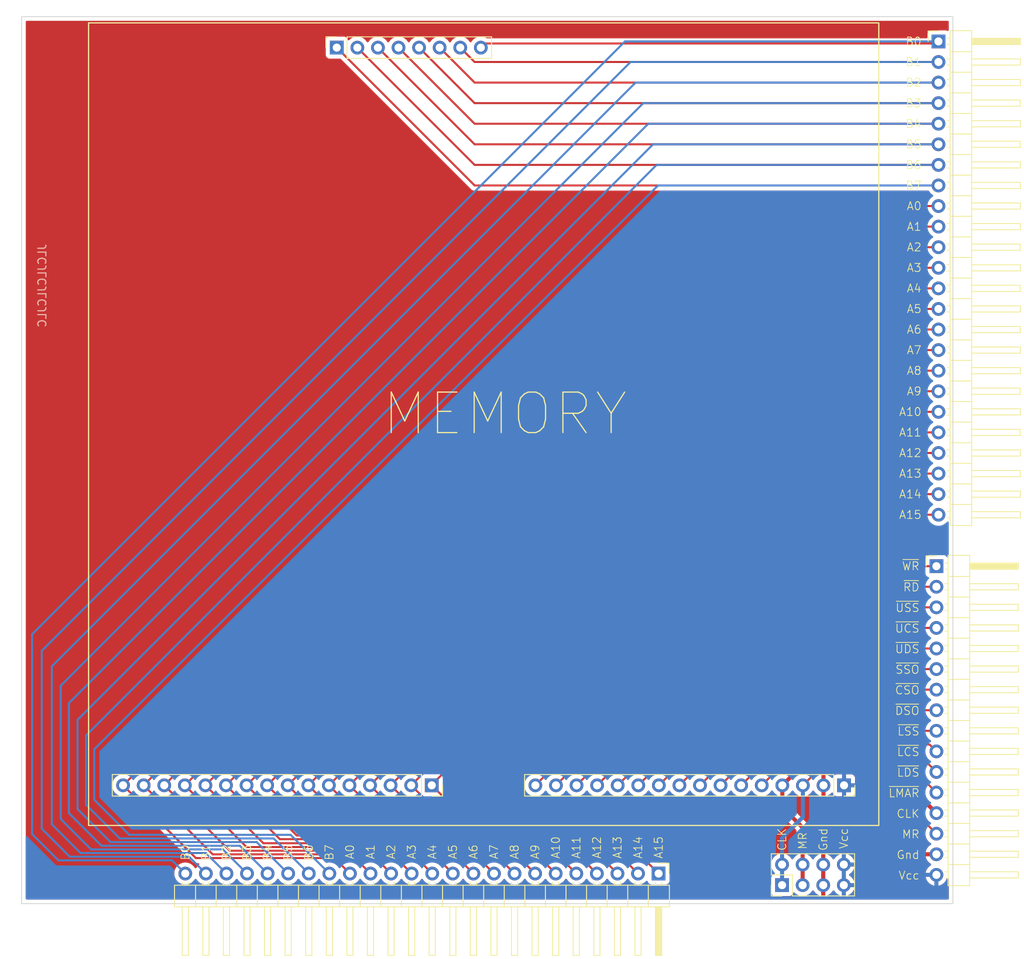
<source format=kicad_pcb>
(kicad_pcb (version 20211014) (generator pcbnew)
  (layers (0 "F.Cu" signal) (31 "B.Cu" signal) (34 "B.Paste" user) (35 "F.Paste" user) (36 "B.SilkS" user "B.Silkscreen") (37 "F.SilkS" user "F.Silkscreen") (38 "B.Mask" user) (39 "F.Mask" user) (44 "Edge.Cuts" user))
  (net 0 "")
  (net 1 "+5V")
  (net 2 "GND")
  (net 3 "RESET")
  (net 4 "CLOCK")
  (net 5 "~{LATCH_MAR}")
  (net 6 "~{LATCH_DATA_SEGMENT}")
  (net 7 "~{LATCH_CODE_SEGMENT}")
  (net 8 "~{LATCH_STACK_SEGMENT}")
  (net 9 "~{DATA_SEGMENT_OUT}")
  (net 10 "~{CODE_SEGMENT_OUT}")
  (net 11 "~{STACK_SEGMENT_OUT}")
  (net 12 "~{USE_DATA_SEGMENT}")
  (net 13 "~{USE_CODE_SEGMENT}")
  (net 14 "~{USE_STACK_SEGMENT}")
  (net 15 "~{READ}")
  (net 16 "~{WRITE}")
  (net 17 "BUS7")
  (net 18 "BUS6")
  (net 19 "BUS5")
  (net 20 "BUS4")
  (net 21 "BUS3")
  (net 22 "BUS2")
  (net 23 "BUS1")
  (net 24 "BUS0")
  (net 25 "ADDR_BUS15")
  (net 26 "ADDR_BUS14")
  (net 27 "ADDR_BUS13")
  (net 28 "ADDR_BUS12")
  (net 29 "ADDR_BUS11")
  (net 30 "ADDR_BUS10")
  (net 31 "ADDR_BUS9")
  (net 32 "ADDR_BUS8")
  (net 33 "ADDR_BUS7")
  (net 34 "ADDR_BUS6")
  (net 35 "ADDR_BUS5")
  (net 36 "ADDR_BUS4")
  (net 37 "ADDR_BUS3")
  (net 38 "ADDR_BUS2")
  (net 39 "ADDR_BUS1")
  (net 40 "ADDR_BUS0")
  (footprint "Connector_PinSocket_2.54mm:PinSocket_1x08_P2.54mm_Vertical" (layer "F.Cu") (at 113.427 44.048 90)
    (fp_text reference "J2" hide)
    (fp_text value "Conn_01x08" hide)
    (pad "1" thru_hole rect locked (at 0 0 90) (size 1.7 1.7) (drill 1) (layers *.Cu *.Mask) (net 17 "BUS7"))
    (pad "2" thru_hole oval locked (at 0 2.54 90) (size 1.7 1.7) (drill 1) (layers *.Cu *.Mask) (net 18 "BUS6"))
    (pad "3" thru_hole oval locked (at 0 5.08 90) (size 1.7 1.7) (drill 1) (layers *.Cu *.Mask) (net 19 "BUS5"))
    (pad "4" thru_hole oval locked (at 0 7.62 90) (size 1.7 1.7) (drill 1) (layers *.Cu *.Mask) (net 20 "BUS4"))
    (pad "5" thru_hole oval locked (at 0 10.16 90) (size 1.7 1.7) (drill 1) (layers *.Cu *.Mask) (net 21 "BUS3"))
    (pad "6" thru_hole oval locked (at 0 12.7 90) (size 1.7 1.7) (drill 1) (layers *.Cu *.Mask) (net 22 "BUS2"))
    (pad "7" thru_hole oval locked (at 0 15.24 90) (size 1.7 1.7) (drill 1) (layers *.Cu *.Mask) (net 23 "BUS1"))
    (pad "8" thru_hole oval locked (at 0 17.78 90) (size 1.7 1.7) (drill 1) (layers *.Cu *.Mask) (net 24 "BUS0"))
  )
  (footprint "Connector_PinSocket_2.54mm:PinSocket_1x16_P2.54mm_Vertical" (layer "F.Cu") (at 176.04 135.1 -90)
    (fp_text reference "J5" hide)
    (fp_text value "Conn_01x16" hide)
    (pad "1" thru_hole rect locked (at 0 0 270) (size 1.7 1.7) (drill 1) (layers *.Cu *.Mask) (net 1 "+5V"))
    (pad "2" thru_hole oval locked (at 0 2.54 270) (size 1.7 1.7) (drill 1) (layers *.Cu *.Mask) (net 2 "GND"))
    (pad "3" thru_hole oval locked (at 0 5.08 270) (size 1.7 1.7) (drill 1) (layers *.Cu *.Mask) (net 3 "RESET"))
    (pad "4" thru_hole oval locked (at 0 7.62 270) (size 1.7 1.7) (drill 1) (layers *.Cu *.Mask) (net 4 "CLOCK"))
    (pad "5" thru_hole oval locked (at 0 10.16 270) (size 1.7 1.7) (drill 1) (layers *.Cu *.Mask) (net 5 "~{LATCH_MAR}"))
    (pad "6" thru_hole oval locked (at 0 12.7 270) (size 1.7 1.7) (drill 1) (layers *.Cu *.Mask) (net 6 "~{LATCH_DATA_SEGMENT}"))
    (pad "7" thru_hole oval locked (at 0 15.24 270) (size 1.7 1.7) (drill 1) (layers *.Cu *.Mask) (net 7 "~{LATCH_CODE_SEGMENT}"))
    (pad "8" thru_hole oval locked (at 0 17.78 270) (size 1.7 1.7) (drill 1) (layers *.Cu *.Mask) (net 8 "~{LATCH_STACK_SEGMENT}"))
    (pad "9" thru_hole oval locked (at 0 20.32 270) (size 1.7 1.7) (drill 1) (layers *.Cu *.Mask) (net 9 "~{DATA_SEGMENT_OUT}"))
    (pad "10" thru_hole oval locked (at 0 22.86 270) (size 1.7 1.7) (drill 1) (layers *.Cu *.Mask) (net 10 "~{CODE_SEGMENT_OUT}"))
    (pad "11" thru_hole oval locked (at 0 25.4 270) (size 1.7 1.7) (drill 1) (layers *.Cu *.Mask) (net 11 "~{STACK_SEGMENT_OUT}"))
    (pad "12" thru_hole oval locked (at 0 27.94 270) (size 1.7 1.7) (drill 1) (layers *.Cu *.Mask) (net 12 "~{USE_DATA_SEGMENT}"))
    (pad "13" thru_hole oval locked (at 0 30.48 270) (size 1.7 1.7) (drill 1) (layers *.Cu *.Mask) (net 13 "~{USE_CODE_SEGMENT}"))
    (pad "14" thru_hole oval locked (at 0 33.02 270) (size 1.7 1.7) (drill 1) (layers *.Cu *.Mask) (net 14 "~{USE_STACK_SEGMENT}"))
    (pad "15" thru_hole oval locked (at 0 35.56 270) (size 1.7 1.7) (drill 1) (layers *.Cu *.Mask) (net 15 "~{READ}"))
    (pad "16" thru_hole oval locked (at 0 38.1 270) (size 1.7 1.7) (drill 1) (layers *.Cu *.Mask) (net 16 "~{WRITE}"))
  )
  (footprint "Connector_PinSocket_2.54mm:PinSocket_1x16_P2.54mm_Vertical" (layer "F.Cu") (at 125.152 135.098 -90)
    (fp_text reference "J4" hide)
    (fp_text value "Conn_01x16" hide)
    (pad "1" thru_hole rect locked (at 0 0 270) (size 1.7 1.7) (drill 1) (layers *.Cu *.Mask) (net 25 "ADDR_BUS15"))
    (pad "2" thru_hole oval locked (at 0 2.54 270) (size 1.7 1.7) (drill 1) (layers *.Cu *.Mask) (net 26 "ADDR_BUS14"))
    (pad "3" thru_hole oval locked (at 0 5.08 270) (size 1.7 1.7) (drill 1) (layers *.Cu *.Mask) (net 27 "ADDR_BUS13"))
    (pad "4" thru_hole oval locked (at 0 7.62 270) (size 1.7 1.7) (drill 1) (layers *.Cu *.Mask) (net 28 "ADDR_BUS12"))
    (pad "5" thru_hole oval locked (at 0 10.16 270) (size 1.7 1.7) (drill 1) (layers *.Cu *.Mask) (net 29 "ADDR_BUS11"))
    (pad "6" thru_hole oval locked (at 0 12.7 270) (size 1.7 1.7) (drill 1) (layers *.Cu *.Mask) (net 30 "ADDR_BUS10"))
    (pad "7" thru_hole oval locked (at 0 15.24 270) (size 1.7 1.7) (drill 1) (layers *.Cu *.Mask) (net 31 "ADDR_BUS9"))
    (pad "8" thru_hole oval locked (at 0 17.78 270) (size 1.7 1.7) (drill 1) (layers *.Cu *.Mask) (net 32 "ADDR_BUS8"))
    (pad "9" thru_hole oval locked (at 0 20.32 270) (size 1.7 1.7) (drill 1) (layers *.Cu *.Mask) (net 33 "ADDR_BUS7"))
    (pad "10" thru_hole oval locked (at 0 22.86 270) (size 1.7 1.7) (drill 1) (layers *.Cu *.Mask) (net 34 "ADDR_BUS6"))
    (pad "11" thru_hole oval locked (at 0 25.4 270) (size 1.7 1.7) (drill 1) (layers *.Cu *.Mask) (net 35 "ADDR_BUS5"))
    (pad "12" thru_hole oval locked (at 0 27.94 270) (size 1.7 1.7) (drill 1) (layers *.Cu *.Mask) (net 36 "ADDR_BUS4"))
    (pad "13" thru_hole oval locked (at 0 30.48 270) (size 1.7 1.7) (drill 1) (layers *.Cu *.Mask) (net 37 "ADDR_BUS3"))
    (pad "14" thru_hole oval locked (at 0 33.02 270) (size 1.7 1.7) (drill 1) (layers *.Cu *.Mask) (net 38 "ADDR_BUS2"))
    (pad "15" thru_hole oval locked (at 0 35.56 270) (size 1.7 1.7) (drill 1) (layers *.Cu *.Mask) (net 39 "ADDR_BUS1"))
    (pad "16" thru_hole oval locked (at 0 38.1 270) (size 1.7 1.7) (drill 1) (layers *.Cu *.Mask) (net 40 "ADDR_BUS0"))
  )
  (footprint "Connector_PinHeader_2.54mm:PinHeader_1x24_P2.54mm_Horizontal" (layer "F.Cu") (at 187.694 43.282)
    (fp_text reference "J6" hide)
    (fp_text value "Conn_01x24" hide)
    (pad "1" thru_hole rect locked (at 0 0) (size 1.7 1.7) (drill 1) (layers *.Cu *.Mask) (net 24 "BUS0"))
    (pad "2" thru_hole oval locked (at 0 2.54) (size 1.7 1.7) (drill 1) (layers *.Cu *.Mask) (net 23 "BUS1"))
    (pad "3" thru_hole oval locked (at 0 5.08) (size 1.7 1.7) (drill 1) (layers *.Cu *.Mask) (net 22 "BUS2"))
    (pad "4" thru_hole oval locked (at 0 7.62) (size 1.7 1.7) (drill 1) (layers *.Cu *.Mask) (net 21 "BUS3"))
    (pad "5" thru_hole oval locked (at 0 10.16) (size 1.7 1.7) (drill 1) (layers *.Cu *.Mask) (net 20 "BUS4"))
    (pad "6" thru_hole oval locked (at 0 12.7) (size 1.7 1.7) (drill 1) (layers *.Cu *.Mask) (net 19 "BUS5"))
    (pad "7" thru_hole oval locked (at 0 15.24) (size 1.7 1.7) (drill 1) (layers *.Cu *.Mask) (net 18 "BUS6"))
    (pad "8" thru_hole oval locked (at 0 17.78) (size 1.7 1.7) (drill 1) (layers *.Cu *.Mask) (net 17 "BUS7"))
    (pad "9" thru_hole oval locked (at 0 20.32) (size 1.7 1.7) (drill 1) (layers *.Cu *.Mask) (net 40 "ADDR_BUS0"))
    (pad "10" thru_hole oval locked (at 0 22.86) (size 1.7 1.7) (drill 1) (layers *.Cu *.Mask) (net 39 "ADDR_BUS1"))
    (pad "11" thru_hole oval locked (at 0 25.4) (size 1.7 1.7) (drill 1) (layers *.Cu *.Mask) (net 38 "ADDR_BUS2"))
    (pad "12" thru_hole oval locked (at 0 27.94) (size 1.7 1.7) (drill 1) (layers *.Cu *.Mask) (net 37 "ADDR_BUS3"))
    (pad "13" thru_hole oval locked (at 0 30.48) (size 1.7 1.7) (drill 1) (layers *.Cu *.Mask) (net 36 "ADDR_BUS4"))
    (pad "14" thru_hole oval locked (at 0 33.02) (size 1.7 1.7) (drill 1) (layers *.Cu *.Mask) (net 35 "ADDR_BUS5"))
    (pad "15" thru_hole oval locked (at 0 35.56) (size 1.7 1.7) (drill 1) (layers *.Cu *.Mask) (net 34 "ADDR_BUS6"))
    (pad "16" thru_hole oval locked (at 0 38.1) (size 1.7 1.7) (drill 1) (layers *.Cu *.Mask) (net 33 "ADDR_BUS7"))
    (pad "17" thru_hole oval locked (at 0 40.64) (size 1.7 1.7) (drill 1) (layers *.Cu *.Mask) (net 32 "ADDR_BUS8"))
    (pad "18" thru_hole oval locked (at 0 43.18) (size 1.7 1.7) (drill 1) (layers *.Cu *.Mask) (net 31 "ADDR_BUS9"))
    (pad "19" thru_hole oval locked (at 0 45.72) (size 1.7 1.7) (drill 1) (layers *.Cu *.Mask) (net 30 "ADDR_BUS10"))
    (pad "20" thru_hole oval locked (at 0 48.26) (size 1.7 1.7) (drill 1) (layers *.Cu *.Mask) (net 29 "ADDR_BUS11"))
    (pad "21" thru_hole oval locked (at 0 50.8) (size 1.7 1.7) (drill 1) (layers *.Cu *.Mask) (net 28 "ADDR_BUS12"))
    (pad "22" thru_hole oval locked (at 0 53.34) (size 1.7 1.7) (drill 1) (layers *.Cu *.Mask) (net 27 "ADDR_BUS13"))
    (pad "23" thru_hole oval locked (at 0 55.88) (size 1.7 1.7) (drill 1) (layers *.Cu *.Mask) (net 26 "ADDR_BUS14"))
    (pad "24" thru_hole oval locked (at 0 58.42) (size 1.7 1.7) (drill 1) (layers *.Cu *.Mask) (net 25 "ADDR_BUS15"))
  )
  (footprint "Connector_PinHeader_2.54mm:PinHeader_1x24_P2.54mm_Horizontal" (layer "F.Cu") (at 153.15 145.992 -90)
    (fp_text reference "J3" hide)
    (fp_text value "Conn_01x24" hide)
    (pad "1" thru_hole rect locked (at 0 0 270) (size 1.7 1.7) (drill 1) (layers *.Cu *.Mask) (net 25 "ADDR_BUS15"))
    (pad "2" thru_hole oval locked (at 0 2.54 270) (size 1.7 1.7) (drill 1) (layers *.Cu *.Mask) (net 26 "ADDR_BUS14"))
    (pad "3" thru_hole oval locked (at 0 5.08 270) (size 1.7 1.7) (drill 1) (layers *.Cu *.Mask) (net 27 "ADDR_BUS13"))
    (pad "4" thru_hole oval locked (at 0 7.62 270) (size 1.7 1.7) (drill 1) (layers *.Cu *.Mask) (net 28 "ADDR_BUS12"))
    (pad "5" thru_hole oval locked (at 0 10.16 270) (size 1.7 1.7) (drill 1) (layers *.Cu *.Mask) (net 29 "ADDR_BUS11"))
    (pad "6" thru_hole oval locked (at 0 12.7 270) (size 1.7 1.7) (drill 1) (layers *.Cu *.Mask) (net 30 "ADDR_BUS10"))
    (pad "7" thru_hole oval locked (at 0 15.24 270) (size 1.7 1.7) (drill 1) (layers *.Cu *.Mask) (net 31 "ADDR_BUS9"))
    (pad "8" thru_hole oval locked (at 0 17.78 270) (size 1.7 1.7) (drill 1) (layers *.Cu *.Mask) (net 32 "ADDR_BUS8"))
    (pad "9" thru_hole oval locked (at 0 20.32 270) (size 1.7 1.7) (drill 1) (layers *.Cu *.Mask) (net 33 "ADDR_BUS7"))
    (pad "10" thru_hole oval locked (at 0 22.86 270) (size 1.7 1.7) (drill 1) (layers *.Cu *.Mask) (net 34 "ADDR_BUS6"))
    (pad "11" thru_hole oval locked (at 0 25.4 270) (size 1.7 1.7) (drill 1) (layers *.Cu *.Mask) (net 35 "ADDR_BUS5"))
    (pad "12" thru_hole oval locked (at 0 27.94 270) (size 1.7 1.7) (drill 1) (layers *.Cu *.Mask) (net 36 "ADDR_BUS4"))
    (pad "13" thru_hole oval locked (at 0 30.48 270) (size 1.7 1.7) (drill 1) (layers *.Cu *.Mask) (net 37 "ADDR_BUS3"))
    (pad "14" thru_hole oval locked (at 0 33.02 270) (size 1.7 1.7) (drill 1) (layers *.Cu *.Mask) (net 38 "ADDR_BUS2"))
    (pad "15" thru_hole oval locked (at 0 35.56 270) (size 1.7 1.7) (drill 1) (layers *.Cu *.Mask) (net 39 "ADDR_BUS1"))
    (pad "16" thru_hole oval locked (at 0 38.1 270) (size 1.7 1.7) (drill 1) (layers *.Cu *.Mask) (net 40 "ADDR_BUS0"))
    (pad "17" thru_hole oval locked (at 0 40.64 270) (size 1.7 1.7) (drill 1) (layers *.Cu *.Mask) (net 17 "BUS7"))
    (pad "18" thru_hole oval locked (at 0 43.18 270) (size 1.7 1.7) (drill 1) (layers *.Cu *.Mask) (net 18 "BUS6"))
    (pad "19" thru_hole oval locked (at 0 45.72 270) (size 1.7 1.7) (drill 1) (layers *.Cu *.Mask) (net 19 "BUS5"))
    (pad "20" thru_hole oval locked (at 0 48.26 270) (size 1.7 1.7) (drill 1) (layers *.Cu *.Mask) (net 20 "BUS4"))
    (pad "21" thru_hole oval locked (at 0 50.8 270) (size 1.7 1.7) (drill 1) (layers *.Cu *.Mask) (net 21 "BUS3"))
    (pad "22" thru_hole oval locked (at 0 53.34 270) (size 1.7 1.7) (drill 1) (layers *.Cu *.Mask) (net 22 "BUS2"))
    (pad "23" thru_hole oval locked (at 0 55.88 270) (size 1.7 1.7) (drill 1) (layers *.Cu *.Mask) (net 23 "BUS1"))
    (pad "24" thru_hole oval locked (at 0 58.42 270) (size 1.7 1.7) (drill 1) (layers *.Cu *.Mask) (net 24 "BUS0"))
  )
  (footprint "Connector_PinHeader_2.54mm:PinHeader_2x04_P2.54mm_Vertical" (layer "F.Cu") (at 168.39 147.422 90)
    (fp_text reference "J7" hide)
    (fp_text value "Conn_01x04" hide)
    (pad "1" thru_hole rect locked (at 0 0 90) (size 1.7 1.7) (drill 1) (layers *.Cu *.Mask) (net 3 "RESET"))
    (pad "2" thru_hole oval locked (at 2.54 0 90) (size 1.7 1.7) (drill 1) (layers *.Cu *.Mask) (net 3 "RESET"))
    (pad "3" thru_hole oval locked (at 0 2.54 90) (size 1.7 1.7) (drill 1) (layers *.Cu *.Mask) (net 4 "CLOCK"))
    (pad "4" thru_hole oval locked (at 2.54 2.54 90) (size 1.7 1.7) (drill 1) (layers *.Cu *.Mask) (net 4 "CLOCK"))
    (pad "5" thru_hole oval locked (at 0 5.08 90) (size 1.7 1.7) (drill 1) (layers *.Cu *.Mask) (net 2 "GND"))
    (pad "6" thru_hole oval locked (at 2.54 5.08 90) (size 1.7 1.7) (drill 1) (layers *.Cu *.Mask) (net 2 "GND"))
    (pad "7" thru_hole oval locked (at 0 7.62 90) (size 1.7 1.7) (drill 1) (layers *.Cu *.Mask) (net 1 "+5V"))
    (pad "8" thru_hole oval locked (at 2.54 7.62 90) (size 1.7 1.7) (drill 1) (layers *.Cu *.Mask) (net 1 "+5V"))
  )
  (footprint "Connector_PinHeader_2.54mm:PinHeader_1x16_P2.54mm_Horizontal" (layer "F.Cu") (at 187.44 108.052)
    (fp_text reference "J1" hide)
    (fp_text value "Conn_01x16" hide)
    (pad "1" thru_hole rect locked (at 0 0) (size 1.7 1.7) (drill 1) (layers *.Cu *.Mask) (net 16 "~{WRITE}"))
    (pad "2" thru_hole oval locked (at 0 2.54) (size 1.7 1.7) (drill 1) (layers *.Cu *.Mask) (net 15 "~{READ}"))
    (pad "3" thru_hole oval locked (at 0 5.08) (size 1.7 1.7) (drill 1) (layers *.Cu *.Mask) (net 14 "~{USE_STACK_SEGMENT}"))
    (pad "4" thru_hole oval locked (at 0 7.62) (size 1.7 1.7) (drill 1) (layers *.Cu *.Mask) (net 13 "~{USE_CODE_SEGMENT}"))
    (pad "5" thru_hole oval locked (at 0 10.16) (size 1.7 1.7) (drill 1) (layers *.Cu *.Mask) (net 12 "~{USE_DATA_SEGMENT}"))
    (pad "6" thru_hole oval locked (at 0 12.7) (size 1.7 1.7) (drill 1) (layers *.Cu *.Mask) (net 11 "~{STACK_SEGMENT_OUT}"))
    (pad "7" thru_hole oval locked (at 0 15.24) (size 1.7 1.7) (drill 1) (layers *.Cu *.Mask) (net 10 "~{CODE_SEGMENT_OUT}"))
    (pad "8" thru_hole oval locked (at 0 17.78) (size 1.7 1.7) (drill 1) (layers *.Cu *.Mask) (net 9 "~{DATA_SEGMENT_OUT}"))
    (pad "9" thru_hole oval locked (at 0 20.32) (size 1.7 1.7) (drill 1) (layers *.Cu *.Mask) (net 8 "~{LATCH_STACK_SEGMENT}"))
    (pad "10" thru_hole oval locked (at 0 22.86) (size 1.7 1.7) (drill 1) (layers *.Cu *.Mask) (net 7 "~{LATCH_CODE_SEGMENT}"))
    (pad "11" thru_hole oval locked (at 0 25.4) (size 1.7 1.7) (drill 1) (layers *.Cu *.Mask) (net 6 "~{LATCH_DATA_SEGMENT}"))
    (pad "12" thru_hole oval locked (at 0 27.94) (size 1.7 1.7) (drill 1) (layers *.Cu *.Mask) (net 5 "~{LATCH_MAR}"))
    (pad "13" thru_hole oval locked (at 0 30.48) (size 1.7 1.7) (drill 1) (layers *.Cu *.Mask) (net 4 "CLOCK"))
    (pad "14" thru_hole oval locked (at 0 33.02) (size 1.7 1.7) (drill 1) (layers *.Cu *.Mask) (net 3 "RESET"))
    (pad "15" thru_hole oval locked (at 0 35.56) (size 1.7 1.7) (drill 1) (layers *.Cu *.Mask) (net 2 "GND"))
    (pad "16" thru_hole oval locked (at 0 38.1) (size 1.7 1.7) (drill 1) (layers *.Cu *.Mask) (net 1 "+5V"))
  )
  (gr_rect (start 82.792 40.996) (end 180.328 140.056) (layer "F.SilkS") (width 0.15) (fill none))
  (gr_rect (start 189.472 149.708) (end 74.532 40.228) (layer "Edge.Cuts") (width 0.1) (fill none))
  (gr_text "JLCJLCJLCJLC" (at 77.07 73.43 90) (layer "B.SilkS") (effects (font (size 1 1)) (justify mirror)))
  (gr_text "A14" (at 150.61 141.326 90) (layer "F.SilkS") (effects (font (size 1 1) (thickness 0.1)) (justify right)))
  (gr_text "B1" (at 97.27 142.342 90) (layer "F.SilkS") (effects (font (size 1 1) (thickness 0.1)) (justify right)))
  (gr_text "A7" (at 185.662 81.382) (layer "F.SilkS") (effects (font (size 1 1) (thickness 0.1)) (justify right)))
  (gr_text "A3" (at 185.662 71.222) (layer "F.SilkS") (effects (font (size 1 1) (thickness 0.1)) (justify right)))
  (gr_text "A9" (at 137.91 142.342 90) (layer "F.SilkS") (effects (font (size 1 1) (thickness 0.1)) (justify right)))
  (gr_text "~{DSO}" (at 185.408 125.902) (layer "F.SilkS") (effects (font (size 1 1) (thickness 0.1)) (justify right)))
  (gr_text "B3" (at 102.35 142.342 90) (layer "F.SilkS") (effects (font (size 1 1) (thickness 0.1)) (justify right)))
  (gr_text "A9" (at 185.662 86.462) (layer "F.SilkS") (effects (font (size 1 1) (thickness 0.1)) (justify right)))
  (gr_text "~{UDS}" (at 185.408 118.282) (layer "F.SilkS") (effects (font (size 1 1) (thickness 0.1)) (justify right)))
  (gr_text "B6" (at 109.97 142.342 90) (layer "F.SilkS") (effects (font (size 1 1) (thickness 0.1)) (justify right)))
  (gr_text "A0" (at 115.05 142.342 90) (layer "F.SilkS") (effects (font (size 1 1) (thickness 0.1)) (justify right)))
  (gr_text "A1" (at 117.59 142.342 90) (layer "F.SilkS") (effects (font (size 1 1) (thickness 0.1)) (justify right)))
  (gr_text "Vcc" (at 185.408 146.222) (layer "F.SilkS") (effects (font (size 1 1) (thickness 0.1)) (justify right)))
  (gr_text "MR" (at 185.408 141.142) (layer "F.SilkS") (effects (font (size 1 1) (thickness 0.1)) (justify right)))
  (gr_text "A4" (at 125.21 142.342 90) (layer "F.SilkS") (effects (font (size 1 1) (thickness 0.1)) (justify right)))
  (gr_text "B0" (at 185.662 43.282) (layer "F.SilkS") (effects (font (size 1 1) (thickness 0.1)) (justify right)))
  (gr_text "B1" (at 185.662 45.822) (layer "F.SilkS") (effects (font (size 1 1) (thickness 0.1)) (justify right)))
  (gr_text "A10" (at 140.45 141.326 90) (layer "F.SilkS") (effects (font (size 1 1) (thickness 0.1)) (justify right)))
  (gr_text "A1" (at 185.662 66.142) (layer "F.SilkS") (effects (font (size 1 1) (thickness 0.1)) (justify right)))
  (gr_text "~{RD}" (at 185.408 110.652) (layer "F.SilkS") (effects (font (size 1 1) (thickness 0.1)) (justify right)))
  (gr_text "A14" (at 185.662 99.162) (layer "F.SilkS") (effects (font (size 1 1) (thickness 0.1)) (justify right)))
  (gr_text "MR" (at 170.93 140.818 90) (layer "F.SilkS") (effects (font (size 1 1) (thickness 0.1)) (justify right)))
  (gr_text "B2" (at 185.662 48.362) (layer "F.SilkS") (effects (font (size 1 1) (thickness 0.1)) (justify right)))
  (gr_text "~{UCS}" (at 185.408 115.742) (layer "F.SilkS") (effects (font (size 1 1) (thickness 0.1)) (justify right)))
  (gr_text "A11" (at 142.99 141.326 90) (layer "F.SilkS") (effects (font (size 1 1) (thickness 0.1)) (justify right)))
  (gr_text "A2" (at 185.662 68.682) (layer "F.SilkS") (effects (font (size 1 1) (thickness 0.1)) (justify right)))
  (gr_text "A12" (at 185.662 94.082) (layer "F.SilkS") (effects (font (size 1 1) (thickness 0.1)) (justify right)))
  (gr_text "CLK" (at 185.408 138.602) (layer "F.SilkS") (effects (font (size 1 1) (thickness 0.1)) (justify right)))
  (gr_text "B0" (at 94.73 142.342 90) (layer "F.SilkS") (effects (font (size 1 1) (thickness 0.1)) (justify right)))
  (gr_text "A0" (at 185.662 63.602) (layer "F.SilkS") (effects (font (size 1 1) (thickness 0.1)) (justify right)))
  (gr_text "B6" (at 185.662 58.522) (layer "F.SilkS") (effects (font (size 1 1) (thickness 0.1)) (justify right)))
  (gr_text "B4" (at 104.89 142.342 90) (layer "F.SilkS") (effects (font (size 1 1) (thickness 0.1)) (justify right)))
  (gr_text "A7" (at 132.83 142.342 90) (layer "F.SilkS") (effects (font (size 1 1) (thickness 0.1)) (justify right)))
  (gr_text "~{LMAR}" (at 185.408 136.062) (layer "F.SilkS") (effects (font (size 1 1) (thickness 0.1)) (justify right)))
  (gr_text "A8" (at 135.37 142.342 90) (layer "F.SilkS") (effects (font (size 1 1) (thickness 0.1)) (justify right)))
  (gr_text "A5" (at 185.662 76.302) (layer "F.SilkS") (effects (font (size 1 1) (thickness 0.1)) (justify right)))
  (gr_text "B7" (at 185.662 61.062) (layer "F.SilkS") (effects (font (size 1 1) (thickness 0.1)) (justify right)))
  (gr_text "A12" (at 145.53 141.326 90) (layer "F.SilkS") (effects (font (size 1 1) (thickness 0.1)) (justify right)))
  (gr_text "A2" (at 120.13 142.342 90) (layer "F.SilkS") (effects (font (size 1 1) (thickness 0.1)) (justify right)))
  (gr_text "B7" (at 112.51 142.342 90) (layer "F.SilkS") (effects (font (size 1 1) (thickness 0.1)) (justify right)))
  (gr_text "A10" (at 185.662 89.002) (layer "F.SilkS") (effects (font (size 1 1) (thickness 0.1)) (justify right)))
  (gr_text "B5" (at 185.662 55.982) (layer "F.SilkS") (effects (font (size 1 1) (thickness 0.1)) (justify right)))
  (gr_text "B3" (at 185.662 50.902) (layer "F.SilkS") (effects (font (size 1 1) (thickness 0.1)) (justify right)))
  (gr_text "Gnd" (at 185.408 143.682) (layer "F.SilkS") (effects (font (size 1 1) (thickness 0.1)) (justify right)))
  (gr_text "A6" (at 130.29 142.342 90) (layer "F.SilkS") (effects (font (size 1 1) (thickness 0.1)) (justify right)))
  (gr_text "~{USS}" (at 185.408 113.202) (layer "F.SilkS") (effects (font (size 1 1) (thickness 0.1)) (justify right)))
  (gr_text "~{CSO}" (at 185.408 123.362) (layer "F.SilkS") (effects (font (size 1 1) (thickness 0.1)) (justify right)))
  (gr_text "A8" (at 185.662 83.922) (layer "F.SilkS") (effects (font (size 1 1) (thickness 0.1)) (justify right)))
  (gr_text "A3" (at 122.67 142.342 90) (layer "F.SilkS") (effects (font (size 1 1) (thickness 0.1)) (justify right)))
  (gr_text "B4" (at 185.662 53.442) (layer "F.SilkS") (effects (font (size 1 1) (thickness 0.1)) (justify right)))
  (gr_text "A4" (at 185.662 73.762) (layer "F.SilkS") (effects (font (size 1 1) (thickness 0.1)) (justify right)))
  (gr_text "~{LCS}" (at 185.408 130.982) (layer "F.SilkS") (effects (font (size 1 1) (thickness 0.1)) (justify right)))
  (gr_text "A15" (at 153.15 141.326 90) (layer "F.SilkS") (effects (font (size 1 1) (thickness 0.1)) (justify right)))
  (gr_text "B5" (at 107.43 142.342 90) (layer "F.SilkS") (effects (font (size 1 1) (thickness 0.1)) (justify right)))
  (gr_text "Vcc" (at 176.01 140.31 90) (layer "F.SilkS") (effects (font (size 1 1) (thickness 0.1)) (justify right)))
  (gr_text "~{LDS}" (at 185.408 133.522) (layer "F.SilkS") (effects (font (size 1 1) (thickness 0.1)) (justify right)))
  (gr_text "A15" (at 185.662 101.702) (layer "F.SilkS") (effects (font (size 1 1) (thickness 0.1)) (justify right)))
  (gr_text "~{WR}" (at 185.408 108.052) (layer "F.SilkS") (effects (font (size 1 1) (thickness 0.1)) (justify right)))
  (gr_text "A5" (at 127.75 142.342 90) (layer "F.SilkS") (effects (font (size 1 1) (thickness 0.1)) (justify right)))
  (gr_text "A11" (at 185.662 91.542) (layer "F.SilkS") (effects (font (size 1 1) (thickness 0.1)) (justify right)))
  (gr_text "A6" (at 185.662 78.842) (layer "F.SilkS") (effects (font (size 1 1) (thickness 0.1)) (justify right)))
  (gr_text "Gnd" (at 173.47 140.31 90) (layer "F.SilkS") (effects (font (size 1 1) (thickness 0.1)) (justify right)))
  (gr_text "~{LSS}" (at 185.408 128.442) (layer "F.SilkS") (effects (font (size 1 1) (thickness 0.1)) (justify right)))
  (gr_text "MEMORY" (at 118.86 89.256) (layer "F.SilkS") (effects (font (size 5 5)) (justify left)))
  (gr_text "~{SSO}" (at 185.408 120.822) (layer "F.SilkS") (effects (font (size 1 1) (thickness 0.1)) (justify right)))
  (gr_text "B2" (at 99.81 142.342 90) (layer "F.SilkS") (effects (font (size 1 1) (thickness 0.1)) (justify right)))
  (gr_text "CLK" (at 168.39 140.31 90) (layer "F.SilkS") (effects (font (size 1 1) (thickness 0.1)) (justify right)))
  (gr_text "A13" (at 148.07 141.326 90) (layer "F.SilkS") (effects (font (size 1 1) (thickness 0.1)) (justify right)))
  (gr_text "A13" (at 185.662 96.622) (layer "F.SilkS") (effects (font (size 1 1) (thickness 0.1)) (justify right)))
  (segment (start 170.96 135.1) (end 173.25 132.81) (width 0.25) (layer "F.Cu") (net 3))
  (segment (start 179.178 132.81) (end 187.44 141.072) (width 0.25) (layer "F.Cu") (net 3))
  (segment (start 173.25 132.81) (end 179.178 132.81) (width 0.25) (layer "F.Cu") (net 3))
  (segment (start 168.39 144.882) (end 168.39 141.59) (width 0.5) (layer "B.Cu") (net 3))
  (segment (start 170.96 139.02) (end 170.96 135.1) (width 0.5) (layer "B.Cu") (net 3))
  (segment (start 168.39 147.422) (end 168.39 144.882) (width 0.5) (layer "B.Cu") (net 3))
  (segment (start 168.39 141.59) (end 170.96 139.02) (width 0.5) (layer "B.Cu") (net 3))
  (segment (start 170.93 147.422) (end 170.93 144.882) (width 0.5) (layer "F.Cu") (net 4))
  (segment (start 170.93 144.882) (end 170.93 140.32) (width 0.5) (layer "F.Cu") (net 4))
  (segment (start 170.93 140.32) (end 168.42 137.81) (width 0.5) (layer "F.Cu") (net 4))
  (segment (start 168.42 137.81) (end 168.42 135.1) (width 0.5) (layer "F.Cu") (net 4))
  (segment (start 171.64 131.88) (end 180.788 131.88) (width 0.5) (layer "F.Cu") (net 4))
  (segment (start 168.42 135.1) (end 171.64 131.88) (width 0.5) (layer "F.Cu") (net 4))
  (segment (start 180.788 131.88) (end 187.44 138.532) (width 0.5) (layer "F.Cu") (net 4))
  (segment (start 165.88 135.1) (end 169.79 131.19) (width 0.25) (layer "F.Cu") (net 5))
  (segment (start 169.79 131.19) (end 182.638 131.19) (width 0.25) (layer "F.Cu") (net 5))
  (segment (start 182.638 131.19) (end 187.44 135.992) (width 0.25) (layer "F.Cu") (net 5))
  (segment (start 167.79951 130.64049) (end 184.62849 130.64049) (width 0.25) (layer "F.Cu") (net 6))
  (segment (start 184.62849 130.64049) (end 187.44 133.452) (width 0.25) (layer "F.Cu") (net 6))
  (segment (start 163.34 135.1) (end 167.79951 130.64049) (width 0.25) (layer "F.Cu") (net 6))
  (segment (start 160.8 135.1) (end 165.838 130.062) (width 0.25) (layer "F.Cu") (net 7))
  (segment (start 186.59 130.062) (end 187.44 130.912) (width 0.25) (layer "F.Cu") (net 7))
  (segment (start 165.838 130.062) (end 186.59 130.062) (width 0.25) (layer "F.Cu") (net 7))
  (segment (start 164.988 128.372) (end 158.26 135.1) (width 0.25) (layer "F.Cu") (net 8))
  (segment (start 187.44 128.372) (end 164.988 128.372) (width 0.25) (layer "F.Cu") (net 8))
  (segment (start 155.72 135.1) (end 164.988 125.832) (width 0.25) (layer "F.Cu") (net 9))
  (segment (start 164.988 125.832) (end 187.44 125.832) (width 0.25) (layer "F.Cu") (net 9))
  (segment (start 187.44 123.292) (end 164.988 123.292) (width 0.25) (layer "F.Cu") (net 10))
  (segment (start 164.988 123.292) (end 153.18 135.1) (width 0.25) (layer "F.Cu") (net 10))
  (segment (start 150.64 135.1) (end 164.988 120.752) (width 0.25) (layer "F.Cu") (net 11))
  (segment (start 164.988 120.752) (end 187.44 120.752) (width 0.25) (layer "F.Cu") (net 11))
  (segment (start 164.988 118.212) (end 148.1 135.1) (width 0.25) (layer "F.Cu") (net 12))
  (segment (start 187.44 118.212) (end 164.988 118.212) (width 0.25) (layer "F.Cu") (net 12))
  (segment (start 164.988 115.672) (end 187.44 115.672) (width 0.25) (layer "F.Cu") (net 13))
  (segment (start 145.56 135.1) (end 164.988 115.672) (width 0.25) (layer "F.Cu") (net 13))
  (segment (start 164.988 113.132) (end 143.02 135.1) (width 0.25) (layer "F.Cu") (net 14))
  (segment (start 187.44 113.132) (end 164.988 113.132) (width 0.25) (layer "F.Cu") (net 14))
  (segment (start 164.988 110.592) (end 187.44 110.592) (width 0.25) (layer "F.Cu") (net 15))
  (segment (start 140.48 135.1) (end 164.988 110.592) (width 0.25) (layer "F.Cu") (net 15))
  (segment (start 164.988 108.052) (end 137.94 135.1) (width 0.25) (layer "F.Cu") (net 16))
  (segment (start 187.44 108.052) (end 164.988 108.052) (width 0.25) (layer "F.Cu") (net 16))
  (segment (start 187.694 61.062) (end 130.441 61.062) (width 0.25) (layer "F.Cu") (net 17))
  (segment (start 130.441 61.062) (end 113.427 44.048) (width 0.25) (layer "F.Cu") (net 17))
  (segment (start 87.82 141.21) (end 107.728 141.21) (width 0.25) (layer "B.Cu") (net 17))
  (segment (start 153.078 61.062) (end 83.49 130.65) (width 0.25) (layer "B.Cu") (net 17))
  (segment (start 83.49 130.65) (end 83.49 136.88) (width 0.25) (layer "B.Cu") (net 17))
  (segment (start 83.49 136.88) (end 87.82 141.21) (width 0.25) (layer "B.Cu") (net 17))
  (segment (start 107.728 141.21) (end 112.51 145.992) (width 0.25) (layer "B.Cu") (net 17))
  (segment (start 187.694 61.062) (end 153.078 61.062) (width 0.25) (layer "B.Cu") (net 17))
  (segment (start 115.967 44.048) (end 130.441 58.522) (width 0.25) (layer "F.Cu") (net 18))
  (segment (start 130.441 58.522) (end 187.694 58.522) (width 0.25) (layer "F.Cu") (net 18))
  (segment (start 105.637511 141.659511) (end 109.97 145.992) (width 0.25) (layer "B.Cu") (net 18))
  (segment (start 82.48 137.49) (end 86.649511 141.659511) (width 0.25) (layer "B.Cu") (net 18))
  (segment (start 187.694 58.522) (end 152.908 58.522) (width 0.25) (layer "B.Cu") (net 18))
  (segment (start 82.48 128.95) (end 82.48 137.49) (width 0.25) (layer "B.Cu") (net 18))
  (segment (start 152.908 58.522) (end 82.48 128.95) (width 0.25) (layer "B.Cu") (net 18))
  (segment (start 86.649511 141.659511) (end 105.637511 141.659511) (width 0.25) (layer "B.Cu") (net 18))
  (segment (start 187.694 55.982) (end 130.441 55.982) (width 0.25) (layer "F.Cu") (net 19))
  (segment (start 130.441 55.982) (end 118.507 44.048) (width 0.25) (layer "F.Cu") (net 19))
  (segment (start 85.509022 142.109022) (end 103.547022 142.109022) (width 0.25) (layer "B.Cu") (net 19))
  (segment (start 152.468 55.982) (end 81.43 127.02) (width 0.25) (layer "B.Cu") (net 19))
  (segment (start 81.43 138.03) (end 85.509022 142.109022) (width 0.25) (layer "B.Cu") (net 19))
  (segment (start 103.547022 142.109022) (end 107.43 145.992) (width 0.25) (layer "B.Cu") (net 19))
  (segment (start 81.43 127.02) (end 81.43 138.03) (width 0.25) (layer "B.Cu") (net 19))
  (segment (start 187.694 55.982) (end 152.468 55.982) (width 0.25) (layer "B.Cu") (net 19))
  (segment (start 130.441 53.442) (end 187.694 53.442) (width 0.25) (layer "F.Cu") (net 20))
  (segment (start 121.047 44.048) (end 130.441 53.442) (width 0.25) (layer "F.Cu") (net 20))
  (segment (start 80.37 124.95) (end 80.37 138.54) (width 0.25) (layer "B.Cu") (net 20))
  (segment (start 80.37 138.54) (end 84.388533 142.558533) (width 0.25) (layer "B.Cu") (net 20))
  (segment (start 101.456533 142.558533) (end 104.89 145.992) (width 0.25) (layer "B.Cu") (net 20))
  (segment (start 84.388533 142.558533) (end 101.456533 142.558533) (width 0.25) (layer "B.Cu") (net 20))
  (segment (start 187.694 53.442) (end 151.878 53.442) (width 0.25) (layer "B.Cu") (net 20))
  (segment (start 151.878 53.442) (end 80.37 124.95) (width 0.25) (layer "B.Cu") (net 20))
  (segment (start 123.587 44.048) (end 130.441 50.902) (width 0.25) (layer "F.Cu") (net 21))
  (segment (start 130.441 50.902) (end 187.694 50.902) (width 0.25) (layer "F.Cu") (net 21))
  (segment (start 83.108042 143.008042) (end 99.366042 143.008042) (width 0.25) (layer "B.Cu") (net 21))
  (segment (start 99.366042 143.008042) (end 102.35 145.992) (width 0.25) (layer "B.Cu") (net 21))
  (segment (start 79.36 139.26) (end 83.108042 143.008042) (width 0.25) (layer "B.Cu") (net 21))
  (segment (start 79.36 122.8) (end 79.36 139.26) (width 0.25) (layer "B.Cu") (net 21))
  (segment (start 187.694 50.902) (end 151.258 50.902) (width 0.25) (layer "B.Cu") (net 21))
  (segment (start 151.258 50.902) (end 79.36 122.8) (width 0.25) (layer "B.Cu") (net 21))
  (segment (start 126.127 44.048) (end 130.441 48.362) (width 0.25) (layer "F.Cu") (net 22))
  (segment (start 130.441 48.362) (end 187.694 48.362) (width 0.25) (layer "F.Cu") (net 22))
  (segment (start 78.26 120.41) (end 78.26 139.91) (width 0.25) (layer "B.Cu") (net 22))
  (segment (start 150.308 48.362) (end 78.26 120.41) (width 0.25) (layer "B.Cu") (net 22))
  (segment (start 97.275553 143.457553) (end 99.81 145.992) (width 0.25) (layer "B.Cu") (net 22))
  (segment (start 78.26 139.91) (end 81.807553 143.457553) (width 0.25) (layer "B.Cu") (net 22))
  (segment (start 187.694 48.362) (end 150.308 48.362) (width 0.25) (layer "B.Cu") (net 22))
  (segment (start 81.807553 143.457553) (end 97.275553 143.457553) (width 0.25) (layer "B.Cu") (net 22))
  (segment (start 187.694 45.822) (end 130.441 45.822) (width 0.25) (layer "F.Cu") (net 23))
  (segment (start 130.441 45.822) (end 128.667 44.048) (width 0.25) (layer "F.Cu") (net 23))
  (segment (start 77.01 118.5) (end 77.01 140.45) (width 0.25) (layer "B.Cu") (net 23))
  (segment (start 187.694 45.822) (end 149.688 45.822) (width 0.25) (layer "B.Cu") (net 23))
  (segment (start 95.185064 143.907064) (end 97.27 145.992) (width 0.25) (layer "B.Cu") (net 23))
  (segment (start 80.467064 143.907064) (end 95.185064 143.907064) (width 0.25) (layer "B.Cu") (net 23))
  (segment (start 77.01 140.45) (end 80.467064 143.907064) (width 0.25) (layer "B.Cu") (net 23))
  (segment (start 149.688 45.822) (end 77.01 118.5) (width 0.25) (layer "B.Cu") (net 23))
  (segment (start 187.44 43.536) (end 187.694 43.282) (width 0.25) (layer "F.Cu") (net 24))
  (segment (start 131.207 44.048) (end 131.719 43.536) (width 0.25) (layer "F.Cu") (net 24))
  (segment (start 131.719 43.536) (end 187.44 43.536) (width 0.25) (layer "F.Cu") (net 24))
  (segment (start 79.07 144.36) (end 93.098 144.36) (width 0.25) (layer "B.Cu") (net 24))
  (segment (start 93.098 144.36) (end 94.73 145.992) (width 0.25) (layer "B.Cu") (net 24))
  (segment (start 148.998 43.282) (end 75.82 116.46) (width 0.25) (layer "B.Cu") (net 24))
  (segment (start 75.82 116.46) (end 75.82 141.11) (width 0.25) (layer "B.Cu") (net 24))
  (segment (start 187.694 43.282) (end 148.998 43.282) (width 0.25) (layer "B.Cu") (net 24))
  (segment (start 75.82 141.11) (end 79.07 144.36) (width 0.25) (layer "B.Cu") (net 24))
  (segment (start 125.152 135.098) (end 125.152 135.034) (width 0.25) (layer "F.Cu") (net 25))
  (segment (start 125.152 135.034) (end 158.484 101.702) (width 0.25) (layer "F.Cu") (net 25))
  (segment (start 125.152 135.098) (end 127.297918 137.243918) (width 0.25) (layer "F.Cu") (net 25))
  (segment (start 144.401918 137.243918) (end 153.15 145.992) (width 0.25) (layer "F.Cu") (net 25))
  (segment (start 158.484 101.702) (end 187.694 101.702) (width 0.25) (layer "F.Cu") (net 25))
  (segment (start 127.297918 137.243918) (end 144.401918 137.243918) (width 0.25) (layer "F.Cu") (net 25))
  (segment (start 158.548 99.162) (end 122.612 135.098) (width 0.25) (layer "F.Cu") (net 26))
  (segment (start 125.207427 137.693427) (end 142.311427 137.693427) (width 0.25) (layer "F.Cu") (net 26))
  (segment (start 122.612 135.098) (end 125.207427 137.693427) (width 0.25) (layer "F.Cu") (net 26))
  (segment (start 187.694 99.162) (end 158.548 99.162) (width 0.25) (layer "F.Cu") (net 26))
  (segment (start 142.311427 137.693427) (end 150.61 145.992) (width 0.25) (layer "F.Cu") (net 26))
  (segment (start 140.220937 138.142937) (end 148.07 145.992) (width 0.25) (layer "F.Cu") (net 27))
  (segment (start 120.072 135.098) (end 123.116937 138.142937) (width 0.25) (layer "F.Cu") (net 27))
  (segment (start 123.116937 138.142937) (end 140.220937 138.142937) (width 0.25) (layer "F.Cu") (net 27))
  (segment (start 120.072 135.098) (end 158.548 96.622) (width 0.25) (layer "F.Cu") (net 27))
  (segment (start 158.548 96.622) (end 187.694 96.622) (width 0.25) (layer "F.Cu") (net 27))
  (segment (start 158.548 94.082) (end 117.532 135.098) (width 0.25) (layer "F.Cu") (net 28))
  (segment (start 121.026447 138.592447) (end 138.130447 138.592447) (width 0.25) (layer "F.Cu") (net 28))
  (segment (start 117.532 135.098) (end 121.026447 138.592447) (width 0.25) (layer "F.Cu") (net 28))
  (segment (start 138.130447 138.592447) (end 145.53 145.992) (width 0.25) (layer "F.Cu") (net 28))
  (segment (start 187.694 94.082) (end 158.548 94.082) (width 0.25) (layer "F.Cu") (net 28))
  (segment (start 114.992 135.098) (end 158.548 91.542) (width 0.25) (layer "F.Cu") (net 29))
  (segment (start 114.992 135.098) (end 118.935957 139.041957) (width 0.25) (layer "F.Cu") (net 29))
  (segment (start 158.548 91.542) (end 187.694 91.542) (width 0.25) (layer "F.Cu") (net 29))
  (segment (start 118.935957 139.041957) (end 136.039957 139.041957) (width 0.25) (layer "F.Cu") (net 29))
  (segment (start 136.039957 139.041957) (end 142.99 145.992) (width 0.25) (layer "F.Cu") (net 29))
  (segment (start 112.452 135.098) (end 116.845467 139.491467) (width 0.25) (layer "F.Cu") (net 30))
  (segment (start 133.949467 139.491467) (end 140.45 145.992) (width 0.25) (layer "F.Cu") (net 30))
  (segment (start 187.694 89.002) (end 158.548 89.002) (width 0.25) (layer "F.Cu") (net 30))
  (segment (start 158.548 89.002) (end 112.452 135.098) (width 0.25) (layer "F.Cu") (net 30))
  (segment (start 116.845467 139.491467) (end 133.949467 139.491467) (width 0.25) (layer "F.Cu") (net 30))
  (segment (start 114.754978 139.940978) (end 131.858978 139.940978) (width 0.25) (layer "F.Cu") (net 31))
  (segment (start 131.858978 139.940978) (end 137.91 145.992) (width 0.25) (layer "F.Cu") (net 31))
  (segment (start 109.912 135.098) (end 114.754978 139.940978) (width 0.25) (layer "F.Cu") (net 31))
  (segment (start 158.548 86.462) (end 187.694 86.462) (width 0.25) (layer "F.Cu") (net 31))
  (segment (start 109.912 135.098) (end 158.548 86.462) (width 0.25) (layer "F.Cu") (net 31))
  (segment (start 158.548 83.922) (end 107.372 135.098) (width 0.25) (layer "F.Cu") (net 32))
  (segment (start 112.664489 140.390489) (end 129.768489 140.390489) (width 0.25) (layer "F.Cu") (net 32))
  (segment (start 107.372 135.098) (end 112.664489 140.390489) (width 0.25) (layer "F.Cu") (net 32))
  (segment (start 187.694 83.922) (end 158.548 83.922) (width 0.25) (layer "F.Cu") (net 32))
  (segment (start 129.768489 140.390489) (end 135.37 145.992) (width 0.25) (layer "F.Cu") (net 32))
  (segment (start 158.548 81.382) (end 187.694 81.382) (width 0.25) (layer "F.Cu") (net 33))
  (segment (start 104.832 135.098) (end 158.548 81.382) (width 0.25) (layer "F.Cu") (net 33))
  (segment (start 104.832 135.098) (end 110.574 140.84) (width 0.25) (layer "F.Cu") (net 33))
  (segment (start 127.678 140.84) (end 132.83 145.992) (width 0.25) (layer "F.Cu") (net 33))
  (segment (start 110.574 140.84) (end 127.678 140.84) (width 0.25) (layer "F.Cu") (net 33))
  (segment (start 102.292 135.098) (end 108.484 141.29) (width 0.25) (layer "F.Cu") (net 34))
  (segment (start 187.694 78.842) (end 158.548 78.842) (width 0.25) (layer "F.Cu") (net 34))
  (segment (start 125.588 141.29) (end 130.29 145.992) (width 0.25) (layer "F.Cu") (net 34))
  (segment (start 158.548 78.842) (end 102.292 135.098) (width 0.25) (layer "F.Cu") (net 34))
  (segment (start 108.484 141.29) (end 125.588 141.29) (width 0.25) (layer "F.Cu") (net 34))
  (segment (start 99.752 135.098) (end 106.404 141.75) (width 0.25) (layer "F.Cu") (net 35))
  (segment (start 99.752 135.098) (end 158.548 76.302) (width 0.25) (layer "F.Cu") (net 35))
  (segment (start 158.548 76.302) (end 187.694 76.302) (width 0.25) (layer "F.Cu") (net 35))
  (segment (start 123.508 141.75) (end 127.75 145.992) (width 0.25) (layer "F.Cu") (net 35))
  (segment (start 106.404 141.75) (end 123.508 141.75) (width 0.25) (layer "F.Cu") (net 35))
  (segment (start 97.212 135.098) (end 104.364 142.25) (width 0.25) (layer "F.Cu") (net 36))
  (segment (start 121.468 142.25) (end 125.21 145.992) (width 0.25) (layer "F.Cu") (net 36))
  (segment (start 104.364 142.25) (end 121.468 142.25) (width 0.25) (layer "F.Cu") (net 36))
  (segment (start 187.694 73.762) (end 158.548 73.762) (width 0.25) (layer "F.Cu") (net 36))
  (segment (start 158.548 73.762) (end 97.212 135.098) (width 0.25) (layer "F.Cu") (net 36))
  (segment (start 102.294979 142.720979) (end 119.398979 142.720979) (width 0.25) (layer "F.Cu") (net 37))
  (segment (start 119.398979 142.720979) (end 122.67 145.992) (width 0.25) (layer "F.Cu") (net 37))
  (segment (start 94.672 135.098) (end 158.548 71.222) (width 0.25) (layer "F.Cu") (net 37))
  (segment (start 158.548 71.222) (end 187.694 71.222) (width 0.25) (layer "F.Cu") (net 37))
  (segment (start 94.672 135.098) (end 102.294979 142.720979) (width 0.25) (layer "F.Cu") (net 37))
  (segment (start 117.308489 143.170489) (end 120.13 145.992) (width 0.25) (layer "F.Cu") (net 38))
  (segment (start 92.132 135.098) (end 100.204489 143.170489) (width 0.25) (layer "F.Cu") (net 38))
  (segment (start 100.204489 143.170489) (end 117.308489 143.170489) (width 0.25) (layer "F.Cu") (net 38))
  (segment (start 187.694 68.682) (end 158.548 68.682) (width 0.25) (layer "F.Cu") (net 38))
  (segment (start 158.548 68.682) (end 92.132 135.098) (width 0.25) (layer "F.Cu") (net 38))
  (segment (start 89.592 135.098) (end 98.114 143.62) (width 0.25) (layer "F.Cu") (net 39))
  (segment (start 158.548 66.142) (end 187.694 66.142) (width 0.25) (layer "F.Cu") (net 39))
  (segment (start 115.218 143.62) (end 117.59 145.992) (width 0.25) (layer "F.Cu") (net 39))
  (segment (start 89.592 135.098) (end 158.548 66.142) (width 0.25) (layer "F.Cu") (net 39))
  (segment (start 98.114 143.62) (end 115.218 143.62) (width 0.25) (layer "F.Cu") (net 39))
  (segment (start 96.034 144.08) (end 113.138 144.08) (width 0.25) (layer "F.Cu") (net 40))
  (segment (start 87.052 135.098) (end 96.034 144.08) (width 0.25) (layer "F.Cu") (net 40))
  (segment (start 187.694 63.602) (end 158.548 63.602) (width 0.25) (layer "F.Cu") (net 40))
  (segment (start 113.138 144.08) (end 115.05 145.992) (width 0.25) (layer "F.Cu") (net 40))
  (segment (start 158.548 63.602) (end 87.052 135.098) (width 0.25) (layer "F.Cu") (net 40))
  (zone (net 2) (net_name "GND") (layer "F.Cu") (connect_pads (clearance 0.508)) (min_thickness 0.254) (fill yes (thermal_gap 0.508) (thermal_bridge_width 0.508))
    (polygon (pts (xy 190.62 151.87) (xy 73.2 151.87) (xy 74.09 39.8) (xy 190.72 38.86)))
  )
  (zone (net 1) (net_name "+5V") (layer "B.Cu") (connect_pads (clearance 0.508)) (min_thickness 0.254) (fill yes (thermal_gap 0.508) (thermal_bridge_width 0.508))
    (polygon (pts (xy 192.98 152.76) (xy 71.86 153.35) (xy 73.26 38.73) (xy 191.71 38.17)))
  )
)
</source>
